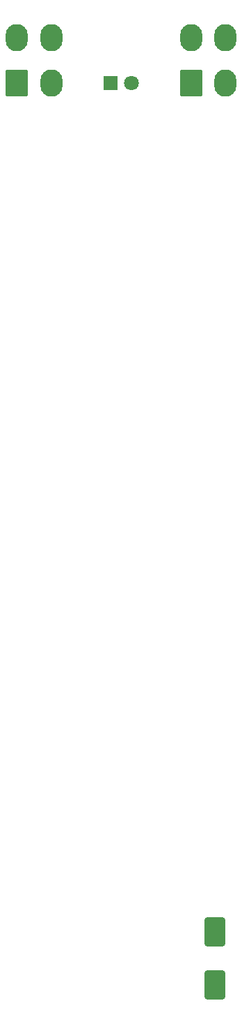
<source format=gbr>
%TF.GenerationSoftware,KiCad,Pcbnew,(6.0.9)*%
%TF.CreationDate,2023-03-29T19:26:10-08:00*%
%TF.ProjectId,DEFOG PANEL,4445464f-4720-4504-914e-454c2e6b6963,3*%
%TF.SameCoordinates,Original*%
%TF.FileFunction,Soldermask,Bot*%
%TF.FilePolarity,Negative*%
%FSLAX46Y46*%
G04 Gerber Fmt 4.6, Leading zero omitted, Abs format (unit mm)*
G04 Created by KiCad (PCBNEW (6.0.9)) date 2023-03-29 19:26:10*
%MOMM*%
%LPD*%
G01*
G04 APERTURE LIST*
G04 Aperture macros list*
%AMRoundRect*
0 Rectangle with rounded corners*
0 $1 Rounding radius*
0 $2 $3 $4 $5 $6 $7 $8 $9 X,Y pos of 4 corners*
0 Add a 4 corners polygon primitive as box body*
4,1,4,$2,$3,$4,$5,$6,$7,$8,$9,$2,$3,0*
0 Add four circle primitives for the rounded corners*
1,1,$1+$1,$2,$3*
1,1,$1+$1,$4,$5*
1,1,$1+$1,$6,$7*
1,1,$1+$1,$8,$9*
0 Add four rect primitives between the rounded corners*
20,1,$1+$1,$2,$3,$4,$5,0*
20,1,$1+$1,$4,$5,$6,$7,0*
20,1,$1+$1,$6,$7,$8,$9,0*
20,1,$1+$1,$8,$9,$2,$3,0*%
G04 Aperture macros list end*
%ADD10RoundRect,0.250000X1.000000X-1.500000X1.000000X1.500000X-1.000000X1.500000X-1.000000X-1.500000X0*%
%ADD11R,1.800000X1.800000*%
%ADD12C,1.800000*%
%ADD13RoundRect,0.250001X-1.099999X-1.399999X1.099999X-1.399999X1.099999X1.399999X-1.099999X1.399999X0*%
%ADD14O,2.700000X3.300000*%
G04 APERTURE END LIST*
D10*
%TO.C,C1*%
X151450000Y-158220000D03*
X151450000Y-151720000D03*
%TD*%
D11*
%TO.C,D30*%
X138710000Y-48780000D03*
D12*
X141250000Y-48780000D03*
%TD*%
D13*
%TO.C,J1*%
X148530000Y-48820000D03*
D14*
X152730000Y-48820000D03*
X148530000Y-43320000D03*
X152730000Y-43320000D03*
%TD*%
D13*
%TO.C,J2*%
X127320000Y-48820000D03*
D14*
X131520000Y-48820000D03*
X127320000Y-43320000D03*
X131520000Y-43320000D03*
%TD*%
M02*

</source>
